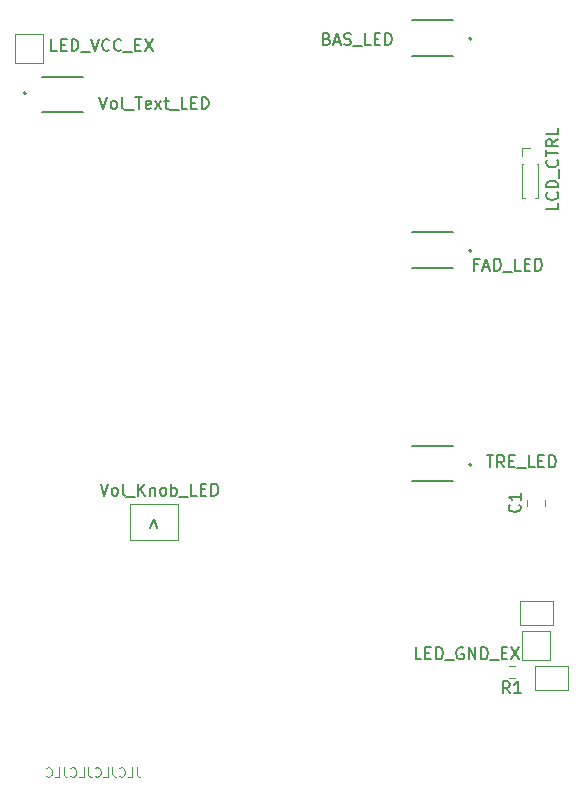
<source format=gbr>
%TF.GenerationSoftware,KiCad,Pcbnew,(7.0.0)*%
%TF.CreationDate,2023-03-15T21:07:42-04:00*%
%TF.ProjectId,headunit_controls,68656164-756e-4697-945f-636f6e74726f,rev?*%
%TF.SameCoordinates,Original*%
%TF.FileFunction,Legend,Top*%
%TF.FilePolarity,Positive*%
%FSLAX46Y46*%
G04 Gerber Fmt 4.6, Leading zero omitted, Abs format (unit mm)*
G04 Created by KiCad (PCBNEW (7.0.0)) date 2023-03-15 21:07:42*
%MOMM*%
%LPD*%
G01*
G04 APERTURE LIST*
%ADD10C,0.037500*%
%ADD11C,0.150000*%
%ADD12C,0.127000*%
%ADD13C,0.200000*%
%ADD14C,0.120000*%
G04 APERTURE END LIST*
D10*
X111780952Y-182375904D02*
X111780952Y-182947333D01*
X111780952Y-182947333D02*
X111819047Y-183061619D01*
X111819047Y-183061619D02*
X111895238Y-183137809D01*
X111895238Y-183137809D02*
X112009523Y-183175904D01*
X112009523Y-183175904D02*
X112085714Y-183175904D01*
X111019047Y-183175904D02*
X111399999Y-183175904D01*
X111399999Y-183175904D02*
X111399999Y-182375904D01*
X110295237Y-183099714D02*
X110333333Y-183137809D01*
X110333333Y-183137809D02*
X110447618Y-183175904D01*
X110447618Y-183175904D02*
X110523809Y-183175904D01*
X110523809Y-183175904D02*
X110638095Y-183137809D01*
X110638095Y-183137809D02*
X110714285Y-183061619D01*
X110714285Y-183061619D02*
X110752380Y-182985428D01*
X110752380Y-182985428D02*
X110790476Y-182833047D01*
X110790476Y-182833047D02*
X110790476Y-182718761D01*
X110790476Y-182718761D02*
X110752380Y-182566380D01*
X110752380Y-182566380D02*
X110714285Y-182490190D01*
X110714285Y-182490190D02*
X110638095Y-182414000D01*
X110638095Y-182414000D02*
X110523809Y-182375904D01*
X110523809Y-182375904D02*
X110447618Y-182375904D01*
X110447618Y-182375904D02*
X110333333Y-182414000D01*
X110333333Y-182414000D02*
X110295237Y-182452095D01*
X109723809Y-182375904D02*
X109723809Y-182947333D01*
X109723809Y-182947333D02*
X109761904Y-183061619D01*
X109761904Y-183061619D02*
X109838095Y-183137809D01*
X109838095Y-183137809D02*
X109952380Y-183175904D01*
X109952380Y-183175904D02*
X110028571Y-183175904D01*
X108961904Y-183175904D02*
X109342856Y-183175904D01*
X109342856Y-183175904D02*
X109342856Y-182375904D01*
X108238094Y-183099714D02*
X108276190Y-183137809D01*
X108276190Y-183137809D02*
X108390475Y-183175904D01*
X108390475Y-183175904D02*
X108466666Y-183175904D01*
X108466666Y-183175904D02*
X108580952Y-183137809D01*
X108580952Y-183137809D02*
X108657142Y-183061619D01*
X108657142Y-183061619D02*
X108695237Y-182985428D01*
X108695237Y-182985428D02*
X108733333Y-182833047D01*
X108733333Y-182833047D02*
X108733333Y-182718761D01*
X108733333Y-182718761D02*
X108695237Y-182566380D01*
X108695237Y-182566380D02*
X108657142Y-182490190D01*
X108657142Y-182490190D02*
X108580952Y-182414000D01*
X108580952Y-182414000D02*
X108466666Y-182375904D01*
X108466666Y-182375904D02*
X108390475Y-182375904D01*
X108390475Y-182375904D02*
X108276190Y-182414000D01*
X108276190Y-182414000D02*
X108238094Y-182452095D01*
X107666666Y-182375904D02*
X107666666Y-182947333D01*
X107666666Y-182947333D02*
X107704761Y-183061619D01*
X107704761Y-183061619D02*
X107780952Y-183137809D01*
X107780952Y-183137809D02*
X107895237Y-183175904D01*
X107895237Y-183175904D02*
X107971428Y-183175904D01*
X106904761Y-183175904D02*
X107285713Y-183175904D01*
X107285713Y-183175904D02*
X107285713Y-182375904D01*
X106180951Y-183099714D02*
X106219047Y-183137809D01*
X106219047Y-183137809D02*
X106333332Y-183175904D01*
X106333332Y-183175904D02*
X106409523Y-183175904D01*
X106409523Y-183175904D02*
X106523809Y-183137809D01*
X106523809Y-183137809D02*
X106599999Y-183061619D01*
X106599999Y-183061619D02*
X106638094Y-182985428D01*
X106638094Y-182985428D02*
X106676190Y-182833047D01*
X106676190Y-182833047D02*
X106676190Y-182718761D01*
X106676190Y-182718761D02*
X106638094Y-182566380D01*
X106638094Y-182566380D02*
X106599999Y-182490190D01*
X106599999Y-182490190D02*
X106523809Y-182414000D01*
X106523809Y-182414000D02*
X106409523Y-182375904D01*
X106409523Y-182375904D02*
X106333332Y-182375904D01*
X106333332Y-182375904D02*
X106219047Y-182414000D01*
X106219047Y-182414000D02*
X106180951Y-182452095D01*
X105609523Y-182375904D02*
X105609523Y-182947333D01*
X105609523Y-182947333D02*
X105647618Y-183061619D01*
X105647618Y-183061619D02*
X105723809Y-183137809D01*
X105723809Y-183137809D02*
X105838094Y-183175904D01*
X105838094Y-183175904D02*
X105914285Y-183175904D01*
X104847618Y-183175904D02*
X105228570Y-183175904D01*
X105228570Y-183175904D02*
X105228570Y-182375904D01*
X104123808Y-183099714D02*
X104161904Y-183137809D01*
X104161904Y-183137809D02*
X104276189Y-183175904D01*
X104276189Y-183175904D02*
X104352380Y-183175904D01*
X104352380Y-183175904D02*
X104466666Y-183137809D01*
X104466666Y-183137809D02*
X104542856Y-183061619D01*
X104542856Y-183061619D02*
X104580951Y-182985428D01*
X104580951Y-182985428D02*
X104619047Y-182833047D01*
X104619047Y-182833047D02*
X104619047Y-182718761D01*
X104619047Y-182718761D02*
X104580951Y-182566380D01*
X104580951Y-182566380D02*
X104542856Y-182490190D01*
X104542856Y-182490190D02*
X104466666Y-182414000D01*
X104466666Y-182414000D02*
X104352380Y-182375904D01*
X104352380Y-182375904D02*
X104276189Y-182375904D01*
X104276189Y-182375904D02*
X104161904Y-182414000D01*
X104161904Y-182414000D02*
X104123808Y-182452095D01*
D11*
%TO.C,BAS_LED*%
X127878571Y-120693571D02*
X128021428Y-120741190D01*
X128021428Y-120741190D02*
X128069047Y-120788809D01*
X128069047Y-120788809D02*
X128116666Y-120884047D01*
X128116666Y-120884047D02*
X128116666Y-121026904D01*
X128116666Y-121026904D02*
X128069047Y-121122142D01*
X128069047Y-121122142D02*
X128021428Y-121169761D01*
X128021428Y-121169761D02*
X127926190Y-121217380D01*
X127926190Y-121217380D02*
X127545238Y-121217380D01*
X127545238Y-121217380D02*
X127545238Y-120217380D01*
X127545238Y-120217380D02*
X127878571Y-120217380D01*
X127878571Y-120217380D02*
X127973809Y-120265000D01*
X127973809Y-120265000D02*
X128021428Y-120312619D01*
X128021428Y-120312619D02*
X128069047Y-120407857D01*
X128069047Y-120407857D02*
X128069047Y-120503095D01*
X128069047Y-120503095D02*
X128021428Y-120598333D01*
X128021428Y-120598333D02*
X127973809Y-120645952D01*
X127973809Y-120645952D02*
X127878571Y-120693571D01*
X127878571Y-120693571D02*
X127545238Y-120693571D01*
X128497619Y-120931666D02*
X128973809Y-120931666D01*
X128402381Y-121217380D02*
X128735714Y-120217380D01*
X128735714Y-120217380D02*
X129069047Y-121217380D01*
X129354762Y-121169761D02*
X129497619Y-121217380D01*
X129497619Y-121217380D02*
X129735714Y-121217380D01*
X129735714Y-121217380D02*
X129830952Y-121169761D01*
X129830952Y-121169761D02*
X129878571Y-121122142D01*
X129878571Y-121122142D02*
X129926190Y-121026904D01*
X129926190Y-121026904D02*
X129926190Y-120931666D01*
X129926190Y-120931666D02*
X129878571Y-120836428D01*
X129878571Y-120836428D02*
X129830952Y-120788809D01*
X129830952Y-120788809D02*
X129735714Y-120741190D01*
X129735714Y-120741190D02*
X129545238Y-120693571D01*
X129545238Y-120693571D02*
X129450000Y-120645952D01*
X129450000Y-120645952D02*
X129402381Y-120598333D01*
X129402381Y-120598333D02*
X129354762Y-120503095D01*
X129354762Y-120503095D02*
X129354762Y-120407857D01*
X129354762Y-120407857D02*
X129402381Y-120312619D01*
X129402381Y-120312619D02*
X129450000Y-120265000D01*
X129450000Y-120265000D02*
X129545238Y-120217380D01*
X129545238Y-120217380D02*
X129783333Y-120217380D01*
X129783333Y-120217380D02*
X129926190Y-120265000D01*
X130116667Y-121312619D02*
X130878571Y-121312619D01*
X131592857Y-121217380D02*
X131116667Y-121217380D01*
X131116667Y-121217380D02*
X131116667Y-120217380D01*
X131926191Y-120693571D02*
X132259524Y-120693571D01*
X132402381Y-121217380D02*
X131926191Y-121217380D01*
X131926191Y-121217380D02*
X131926191Y-120217380D01*
X131926191Y-120217380D02*
X132402381Y-120217380D01*
X132830953Y-121217380D02*
X132830953Y-120217380D01*
X132830953Y-120217380D02*
X133069048Y-120217380D01*
X133069048Y-120217380D02*
X133211905Y-120265000D01*
X133211905Y-120265000D02*
X133307143Y-120360238D01*
X133307143Y-120360238D02*
X133354762Y-120455476D01*
X133354762Y-120455476D02*
X133402381Y-120645952D01*
X133402381Y-120645952D02*
X133402381Y-120788809D01*
X133402381Y-120788809D02*
X133354762Y-120979285D01*
X133354762Y-120979285D02*
X133307143Y-121074523D01*
X133307143Y-121074523D02*
X133211905Y-121169761D01*
X133211905Y-121169761D02*
X133069048Y-121217380D01*
X133069048Y-121217380D02*
X132830953Y-121217380D01*
%TO.C,TRE_LED*%
X141423809Y-155967380D02*
X141995237Y-155967380D01*
X141709523Y-156967380D02*
X141709523Y-155967380D01*
X142899999Y-156967380D02*
X142566666Y-156491190D01*
X142328571Y-156967380D02*
X142328571Y-155967380D01*
X142328571Y-155967380D02*
X142709523Y-155967380D01*
X142709523Y-155967380D02*
X142804761Y-156015000D01*
X142804761Y-156015000D02*
X142852380Y-156062619D01*
X142852380Y-156062619D02*
X142899999Y-156157857D01*
X142899999Y-156157857D02*
X142899999Y-156300714D01*
X142899999Y-156300714D02*
X142852380Y-156395952D01*
X142852380Y-156395952D02*
X142804761Y-156443571D01*
X142804761Y-156443571D02*
X142709523Y-156491190D01*
X142709523Y-156491190D02*
X142328571Y-156491190D01*
X143328571Y-156443571D02*
X143661904Y-156443571D01*
X143804761Y-156967380D02*
X143328571Y-156967380D01*
X143328571Y-156967380D02*
X143328571Y-155967380D01*
X143328571Y-155967380D02*
X143804761Y-155967380D01*
X143995238Y-157062619D02*
X144757142Y-157062619D01*
X145471428Y-156967380D02*
X144995238Y-156967380D01*
X144995238Y-156967380D02*
X144995238Y-155967380D01*
X145804762Y-156443571D02*
X146138095Y-156443571D01*
X146280952Y-156967380D02*
X145804762Y-156967380D01*
X145804762Y-156967380D02*
X145804762Y-155967380D01*
X145804762Y-155967380D02*
X146280952Y-155967380D01*
X146709524Y-156967380D02*
X146709524Y-155967380D01*
X146709524Y-155967380D02*
X146947619Y-155967380D01*
X146947619Y-155967380D02*
X147090476Y-156015000D01*
X147090476Y-156015000D02*
X147185714Y-156110238D01*
X147185714Y-156110238D02*
X147233333Y-156205476D01*
X147233333Y-156205476D02*
X147280952Y-156395952D01*
X147280952Y-156395952D02*
X147280952Y-156538809D01*
X147280952Y-156538809D02*
X147233333Y-156729285D01*
X147233333Y-156729285D02*
X147185714Y-156824523D01*
X147185714Y-156824523D02*
X147090476Y-156919761D01*
X147090476Y-156919761D02*
X146947619Y-156967380D01*
X146947619Y-156967380D02*
X146709524Y-156967380D01*
%TO.C,LCD_CTRL*%
X147467380Y-134607143D02*
X147467380Y-135083333D01*
X147467380Y-135083333D02*
X146467380Y-135083333D01*
X147372142Y-133702381D02*
X147419761Y-133750000D01*
X147419761Y-133750000D02*
X147467380Y-133892857D01*
X147467380Y-133892857D02*
X147467380Y-133988095D01*
X147467380Y-133988095D02*
X147419761Y-134130952D01*
X147419761Y-134130952D02*
X147324523Y-134226190D01*
X147324523Y-134226190D02*
X147229285Y-134273809D01*
X147229285Y-134273809D02*
X147038809Y-134321428D01*
X147038809Y-134321428D02*
X146895952Y-134321428D01*
X146895952Y-134321428D02*
X146705476Y-134273809D01*
X146705476Y-134273809D02*
X146610238Y-134226190D01*
X146610238Y-134226190D02*
X146515000Y-134130952D01*
X146515000Y-134130952D02*
X146467380Y-133988095D01*
X146467380Y-133988095D02*
X146467380Y-133892857D01*
X146467380Y-133892857D02*
X146515000Y-133750000D01*
X146515000Y-133750000D02*
X146562619Y-133702381D01*
X147467380Y-133273809D02*
X146467380Y-133273809D01*
X146467380Y-133273809D02*
X146467380Y-133035714D01*
X146467380Y-133035714D02*
X146515000Y-132892857D01*
X146515000Y-132892857D02*
X146610238Y-132797619D01*
X146610238Y-132797619D02*
X146705476Y-132750000D01*
X146705476Y-132750000D02*
X146895952Y-132702381D01*
X146895952Y-132702381D02*
X147038809Y-132702381D01*
X147038809Y-132702381D02*
X147229285Y-132750000D01*
X147229285Y-132750000D02*
X147324523Y-132797619D01*
X147324523Y-132797619D02*
X147419761Y-132892857D01*
X147419761Y-132892857D02*
X147467380Y-133035714D01*
X147467380Y-133035714D02*
X147467380Y-133273809D01*
X147562619Y-132511905D02*
X147562619Y-131750000D01*
X147372142Y-130940476D02*
X147419761Y-130988095D01*
X147419761Y-130988095D02*
X147467380Y-131130952D01*
X147467380Y-131130952D02*
X147467380Y-131226190D01*
X147467380Y-131226190D02*
X147419761Y-131369047D01*
X147419761Y-131369047D02*
X147324523Y-131464285D01*
X147324523Y-131464285D02*
X147229285Y-131511904D01*
X147229285Y-131511904D02*
X147038809Y-131559523D01*
X147038809Y-131559523D02*
X146895952Y-131559523D01*
X146895952Y-131559523D02*
X146705476Y-131511904D01*
X146705476Y-131511904D02*
X146610238Y-131464285D01*
X146610238Y-131464285D02*
X146515000Y-131369047D01*
X146515000Y-131369047D02*
X146467380Y-131226190D01*
X146467380Y-131226190D02*
X146467380Y-131130952D01*
X146467380Y-131130952D02*
X146515000Y-130988095D01*
X146515000Y-130988095D02*
X146562619Y-130940476D01*
X146467380Y-130654761D02*
X146467380Y-130083333D01*
X147467380Y-130369047D02*
X146467380Y-130369047D01*
X147467380Y-129178571D02*
X146991190Y-129511904D01*
X147467380Y-129749999D02*
X146467380Y-129749999D01*
X146467380Y-129749999D02*
X146467380Y-129369047D01*
X146467380Y-129369047D02*
X146515000Y-129273809D01*
X146515000Y-129273809D02*
X146562619Y-129226190D01*
X146562619Y-129226190D02*
X146657857Y-129178571D01*
X146657857Y-129178571D02*
X146800714Y-129178571D01*
X146800714Y-129178571D02*
X146895952Y-129226190D01*
X146895952Y-129226190D02*
X146943571Y-129273809D01*
X146943571Y-129273809D02*
X146991190Y-129369047D01*
X146991190Y-129369047D02*
X146991190Y-129749999D01*
X147467380Y-128273809D02*
X147467380Y-128749999D01*
X147467380Y-128749999D02*
X146467380Y-128749999D01*
%TO.C,C1*%
X144192142Y-160129166D02*
X144239761Y-160176785D01*
X144239761Y-160176785D02*
X144287380Y-160319642D01*
X144287380Y-160319642D02*
X144287380Y-160414880D01*
X144287380Y-160414880D02*
X144239761Y-160557737D01*
X144239761Y-160557737D02*
X144144523Y-160652975D01*
X144144523Y-160652975D02*
X144049285Y-160700594D01*
X144049285Y-160700594D02*
X143858809Y-160748213D01*
X143858809Y-160748213D02*
X143715952Y-160748213D01*
X143715952Y-160748213D02*
X143525476Y-160700594D01*
X143525476Y-160700594D02*
X143430238Y-160652975D01*
X143430238Y-160652975D02*
X143335000Y-160557737D01*
X143335000Y-160557737D02*
X143287380Y-160414880D01*
X143287380Y-160414880D02*
X143287380Y-160319642D01*
X143287380Y-160319642D02*
X143335000Y-160176785D01*
X143335000Y-160176785D02*
X143382619Y-160129166D01*
X144287380Y-159176785D02*
X144287380Y-159748213D01*
X144287380Y-159462499D02*
X143287380Y-159462499D01*
X143287380Y-159462499D02*
X143430238Y-159557737D01*
X143430238Y-159557737D02*
X143525476Y-159652975D01*
X143525476Y-159652975D02*
X143573095Y-159748213D01*
%TO.C,R1*%
X143370833Y-176097380D02*
X143037500Y-175621190D01*
X142799405Y-176097380D02*
X142799405Y-175097380D01*
X142799405Y-175097380D02*
X143180357Y-175097380D01*
X143180357Y-175097380D02*
X143275595Y-175145000D01*
X143275595Y-175145000D02*
X143323214Y-175192619D01*
X143323214Y-175192619D02*
X143370833Y-175287857D01*
X143370833Y-175287857D02*
X143370833Y-175430714D01*
X143370833Y-175430714D02*
X143323214Y-175525952D01*
X143323214Y-175525952D02*
X143275595Y-175573571D01*
X143275595Y-175573571D02*
X143180357Y-175621190D01*
X143180357Y-175621190D02*
X142799405Y-175621190D01*
X144323214Y-176097380D02*
X143751786Y-176097380D01*
X144037500Y-176097380D02*
X144037500Y-175097380D01*
X144037500Y-175097380D02*
X143942262Y-175240238D01*
X143942262Y-175240238D02*
X143847024Y-175335476D01*
X143847024Y-175335476D02*
X143751786Y-175383095D01*
%TO.C,LED_VCC_EX*%
X105038094Y-121717380D02*
X104561904Y-121717380D01*
X104561904Y-121717380D02*
X104561904Y-120717380D01*
X105371428Y-121193571D02*
X105704761Y-121193571D01*
X105847618Y-121717380D02*
X105371428Y-121717380D01*
X105371428Y-121717380D02*
X105371428Y-120717380D01*
X105371428Y-120717380D02*
X105847618Y-120717380D01*
X106276190Y-121717380D02*
X106276190Y-120717380D01*
X106276190Y-120717380D02*
X106514285Y-120717380D01*
X106514285Y-120717380D02*
X106657142Y-120765000D01*
X106657142Y-120765000D02*
X106752380Y-120860238D01*
X106752380Y-120860238D02*
X106799999Y-120955476D01*
X106799999Y-120955476D02*
X106847618Y-121145952D01*
X106847618Y-121145952D02*
X106847618Y-121288809D01*
X106847618Y-121288809D02*
X106799999Y-121479285D01*
X106799999Y-121479285D02*
X106752380Y-121574523D01*
X106752380Y-121574523D02*
X106657142Y-121669761D01*
X106657142Y-121669761D02*
X106514285Y-121717380D01*
X106514285Y-121717380D02*
X106276190Y-121717380D01*
X107038095Y-121812619D02*
X107799999Y-121812619D01*
X107895238Y-120717380D02*
X108228571Y-121717380D01*
X108228571Y-121717380D02*
X108561904Y-120717380D01*
X109466666Y-121622142D02*
X109419047Y-121669761D01*
X109419047Y-121669761D02*
X109276190Y-121717380D01*
X109276190Y-121717380D02*
X109180952Y-121717380D01*
X109180952Y-121717380D02*
X109038095Y-121669761D01*
X109038095Y-121669761D02*
X108942857Y-121574523D01*
X108942857Y-121574523D02*
X108895238Y-121479285D01*
X108895238Y-121479285D02*
X108847619Y-121288809D01*
X108847619Y-121288809D02*
X108847619Y-121145952D01*
X108847619Y-121145952D02*
X108895238Y-120955476D01*
X108895238Y-120955476D02*
X108942857Y-120860238D01*
X108942857Y-120860238D02*
X109038095Y-120765000D01*
X109038095Y-120765000D02*
X109180952Y-120717380D01*
X109180952Y-120717380D02*
X109276190Y-120717380D01*
X109276190Y-120717380D02*
X109419047Y-120765000D01*
X109419047Y-120765000D02*
X109466666Y-120812619D01*
X110466666Y-121622142D02*
X110419047Y-121669761D01*
X110419047Y-121669761D02*
X110276190Y-121717380D01*
X110276190Y-121717380D02*
X110180952Y-121717380D01*
X110180952Y-121717380D02*
X110038095Y-121669761D01*
X110038095Y-121669761D02*
X109942857Y-121574523D01*
X109942857Y-121574523D02*
X109895238Y-121479285D01*
X109895238Y-121479285D02*
X109847619Y-121288809D01*
X109847619Y-121288809D02*
X109847619Y-121145952D01*
X109847619Y-121145952D02*
X109895238Y-120955476D01*
X109895238Y-120955476D02*
X109942857Y-120860238D01*
X109942857Y-120860238D02*
X110038095Y-120765000D01*
X110038095Y-120765000D02*
X110180952Y-120717380D01*
X110180952Y-120717380D02*
X110276190Y-120717380D01*
X110276190Y-120717380D02*
X110419047Y-120765000D01*
X110419047Y-120765000D02*
X110466666Y-120812619D01*
X110657143Y-121812619D02*
X111419047Y-121812619D01*
X111657143Y-121193571D02*
X111990476Y-121193571D01*
X112133333Y-121717380D02*
X111657143Y-121717380D01*
X111657143Y-121717380D02*
X111657143Y-120717380D01*
X111657143Y-120717380D02*
X112133333Y-120717380D01*
X112466667Y-120717380D02*
X113133333Y-121717380D01*
X113133333Y-120717380D02*
X112466667Y-121717380D01*
%TO.C,Vol_Text_LED*%
X108633332Y-125617380D02*
X108966665Y-126617380D01*
X108966665Y-126617380D02*
X109299998Y-125617380D01*
X109776189Y-126617380D02*
X109680951Y-126569761D01*
X109680951Y-126569761D02*
X109633332Y-126522142D01*
X109633332Y-126522142D02*
X109585713Y-126426904D01*
X109585713Y-126426904D02*
X109585713Y-126141190D01*
X109585713Y-126141190D02*
X109633332Y-126045952D01*
X109633332Y-126045952D02*
X109680951Y-125998333D01*
X109680951Y-125998333D02*
X109776189Y-125950714D01*
X109776189Y-125950714D02*
X109919046Y-125950714D01*
X109919046Y-125950714D02*
X110014284Y-125998333D01*
X110014284Y-125998333D02*
X110061903Y-126045952D01*
X110061903Y-126045952D02*
X110109522Y-126141190D01*
X110109522Y-126141190D02*
X110109522Y-126426904D01*
X110109522Y-126426904D02*
X110061903Y-126522142D01*
X110061903Y-126522142D02*
X110014284Y-126569761D01*
X110014284Y-126569761D02*
X109919046Y-126617380D01*
X109919046Y-126617380D02*
X109776189Y-126617380D01*
X110680951Y-126617380D02*
X110585713Y-126569761D01*
X110585713Y-126569761D02*
X110538094Y-126474523D01*
X110538094Y-126474523D02*
X110538094Y-125617380D01*
X110823809Y-126712619D02*
X111585713Y-126712619D01*
X111680952Y-125617380D02*
X112252380Y-125617380D01*
X111966666Y-126617380D02*
X111966666Y-125617380D01*
X112966666Y-126569761D02*
X112871428Y-126617380D01*
X112871428Y-126617380D02*
X112680952Y-126617380D01*
X112680952Y-126617380D02*
X112585714Y-126569761D01*
X112585714Y-126569761D02*
X112538095Y-126474523D01*
X112538095Y-126474523D02*
X112538095Y-126093571D01*
X112538095Y-126093571D02*
X112585714Y-125998333D01*
X112585714Y-125998333D02*
X112680952Y-125950714D01*
X112680952Y-125950714D02*
X112871428Y-125950714D01*
X112871428Y-125950714D02*
X112966666Y-125998333D01*
X112966666Y-125998333D02*
X113014285Y-126093571D01*
X113014285Y-126093571D02*
X113014285Y-126188809D01*
X113014285Y-126188809D02*
X112538095Y-126284047D01*
X113347619Y-126617380D02*
X113871428Y-125950714D01*
X113347619Y-125950714D02*
X113871428Y-126617380D01*
X114109524Y-125950714D02*
X114490476Y-125950714D01*
X114252381Y-125617380D02*
X114252381Y-126474523D01*
X114252381Y-126474523D02*
X114300000Y-126569761D01*
X114300000Y-126569761D02*
X114395238Y-126617380D01*
X114395238Y-126617380D02*
X114490476Y-126617380D01*
X114585715Y-126712619D02*
X115347619Y-126712619D01*
X116061905Y-126617380D02*
X115585715Y-126617380D01*
X115585715Y-126617380D02*
X115585715Y-125617380D01*
X116395239Y-126093571D02*
X116728572Y-126093571D01*
X116871429Y-126617380D02*
X116395239Y-126617380D01*
X116395239Y-126617380D02*
X116395239Y-125617380D01*
X116395239Y-125617380D02*
X116871429Y-125617380D01*
X117300001Y-126617380D02*
X117300001Y-125617380D01*
X117300001Y-125617380D02*
X117538096Y-125617380D01*
X117538096Y-125617380D02*
X117680953Y-125665000D01*
X117680953Y-125665000D02*
X117776191Y-125760238D01*
X117776191Y-125760238D02*
X117823810Y-125855476D01*
X117823810Y-125855476D02*
X117871429Y-126045952D01*
X117871429Y-126045952D02*
X117871429Y-126188809D01*
X117871429Y-126188809D02*
X117823810Y-126379285D01*
X117823810Y-126379285D02*
X117776191Y-126474523D01*
X117776191Y-126474523D02*
X117680953Y-126569761D01*
X117680953Y-126569761D02*
X117538096Y-126617380D01*
X117538096Y-126617380D02*
X117300001Y-126617380D01*
%TO.C,Vol_Knob_LED*%
X108726190Y-158367380D02*
X109059523Y-159367380D01*
X109059523Y-159367380D02*
X109392856Y-158367380D01*
X109869047Y-159367380D02*
X109773809Y-159319761D01*
X109773809Y-159319761D02*
X109726190Y-159272142D01*
X109726190Y-159272142D02*
X109678571Y-159176904D01*
X109678571Y-159176904D02*
X109678571Y-158891190D01*
X109678571Y-158891190D02*
X109726190Y-158795952D01*
X109726190Y-158795952D02*
X109773809Y-158748333D01*
X109773809Y-158748333D02*
X109869047Y-158700714D01*
X109869047Y-158700714D02*
X110011904Y-158700714D01*
X110011904Y-158700714D02*
X110107142Y-158748333D01*
X110107142Y-158748333D02*
X110154761Y-158795952D01*
X110154761Y-158795952D02*
X110202380Y-158891190D01*
X110202380Y-158891190D02*
X110202380Y-159176904D01*
X110202380Y-159176904D02*
X110154761Y-159272142D01*
X110154761Y-159272142D02*
X110107142Y-159319761D01*
X110107142Y-159319761D02*
X110011904Y-159367380D01*
X110011904Y-159367380D02*
X109869047Y-159367380D01*
X110773809Y-159367380D02*
X110678571Y-159319761D01*
X110678571Y-159319761D02*
X110630952Y-159224523D01*
X110630952Y-159224523D02*
X110630952Y-158367380D01*
X110916667Y-159462619D02*
X111678571Y-159462619D01*
X111916667Y-159367380D02*
X111916667Y-158367380D01*
X112488095Y-159367380D02*
X112059524Y-158795952D01*
X112488095Y-158367380D02*
X111916667Y-158938809D01*
X112916667Y-158700714D02*
X112916667Y-159367380D01*
X112916667Y-158795952D02*
X112964286Y-158748333D01*
X112964286Y-158748333D02*
X113059524Y-158700714D01*
X113059524Y-158700714D02*
X113202381Y-158700714D01*
X113202381Y-158700714D02*
X113297619Y-158748333D01*
X113297619Y-158748333D02*
X113345238Y-158843571D01*
X113345238Y-158843571D02*
X113345238Y-159367380D01*
X113964286Y-159367380D02*
X113869048Y-159319761D01*
X113869048Y-159319761D02*
X113821429Y-159272142D01*
X113821429Y-159272142D02*
X113773810Y-159176904D01*
X113773810Y-159176904D02*
X113773810Y-158891190D01*
X113773810Y-158891190D02*
X113821429Y-158795952D01*
X113821429Y-158795952D02*
X113869048Y-158748333D01*
X113869048Y-158748333D02*
X113964286Y-158700714D01*
X113964286Y-158700714D02*
X114107143Y-158700714D01*
X114107143Y-158700714D02*
X114202381Y-158748333D01*
X114202381Y-158748333D02*
X114250000Y-158795952D01*
X114250000Y-158795952D02*
X114297619Y-158891190D01*
X114297619Y-158891190D02*
X114297619Y-159176904D01*
X114297619Y-159176904D02*
X114250000Y-159272142D01*
X114250000Y-159272142D02*
X114202381Y-159319761D01*
X114202381Y-159319761D02*
X114107143Y-159367380D01*
X114107143Y-159367380D02*
X113964286Y-159367380D01*
X114726191Y-159367380D02*
X114726191Y-158367380D01*
X114726191Y-158748333D02*
X114821429Y-158700714D01*
X114821429Y-158700714D02*
X115011905Y-158700714D01*
X115011905Y-158700714D02*
X115107143Y-158748333D01*
X115107143Y-158748333D02*
X115154762Y-158795952D01*
X115154762Y-158795952D02*
X115202381Y-158891190D01*
X115202381Y-158891190D02*
X115202381Y-159176904D01*
X115202381Y-159176904D02*
X115154762Y-159272142D01*
X115154762Y-159272142D02*
X115107143Y-159319761D01*
X115107143Y-159319761D02*
X115011905Y-159367380D01*
X115011905Y-159367380D02*
X114821429Y-159367380D01*
X114821429Y-159367380D02*
X114726191Y-159319761D01*
X115392858Y-159462619D02*
X116154762Y-159462619D01*
X116869048Y-159367380D02*
X116392858Y-159367380D01*
X116392858Y-159367380D02*
X116392858Y-158367380D01*
X117202382Y-158843571D02*
X117535715Y-158843571D01*
X117678572Y-159367380D02*
X117202382Y-159367380D01*
X117202382Y-159367380D02*
X117202382Y-158367380D01*
X117202382Y-158367380D02*
X117678572Y-158367380D01*
X118107144Y-159367380D02*
X118107144Y-158367380D01*
X118107144Y-158367380D02*
X118345239Y-158367380D01*
X118345239Y-158367380D02*
X118488096Y-158415000D01*
X118488096Y-158415000D02*
X118583334Y-158510238D01*
X118583334Y-158510238D02*
X118630953Y-158605476D01*
X118630953Y-158605476D02*
X118678572Y-158795952D01*
X118678572Y-158795952D02*
X118678572Y-158938809D01*
X118678572Y-158938809D02*
X118630953Y-159129285D01*
X118630953Y-159129285D02*
X118583334Y-159224523D01*
X118583334Y-159224523D02*
X118488096Y-159319761D01*
X118488096Y-159319761D02*
X118345239Y-159367380D01*
X118345239Y-159367380D02*
X118107144Y-159367380D01*
X112928714Y-162094904D02*
X113214428Y-161333000D01*
X113214428Y-161333000D02*
X113500142Y-162094904D01*
%TO.C,LED_GND_EX*%
X135892856Y-173217380D02*
X135416666Y-173217380D01*
X135416666Y-173217380D02*
X135416666Y-172217380D01*
X136226190Y-172693571D02*
X136559523Y-172693571D01*
X136702380Y-173217380D02*
X136226190Y-173217380D01*
X136226190Y-173217380D02*
X136226190Y-172217380D01*
X136226190Y-172217380D02*
X136702380Y-172217380D01*
X137130952Y-173217380D02*
X137130952Y-172217380D01*
X137130952Y-172217380D02*
X137369047Y-172217380D01*
X137369047Y-172217380D02*
X137511904Y-172265000D01*
X137511904Y-172265000D02*
X137607142Y-172360238D01*
X137607142Y-172360238D02*
X137654761Y-172455476D01*
X137654761Y-172455476D02*
X137702380Y-172645952D01*
X137702380Y-172645952D02*
X137702380Y-172788809D01*
X137702380Y-172788809D02*
X137654761Y-172979285D01*
X137654761Y-172979285D02*
X137607142Y-173074523D01*
X137607142Y-173074523D02*
X137511904Y-173169761D01*
X137511904Y-173169761D02*
X137369047Y-173217380D01*
X137369047Y-173217380D02*
X137130952Y-173217380D01*
X137892857Y-173312619D02*
X138654761Y-173312619D01*
X139416666Y-172265000D02*
X139321428Y-172217380D01*
X139321428Y-172217380D02*
X139178571Y-172217380D01*
X139178571Y-172217380D02*
X139035714Y-172265000D01*
X139035714Y-172265000D02*
X138940476Y-172360238D01*
X138940476Y-172360238D02*
X138892857Y-172455476D01*
X138892857Y-172455476D02*
X138845238Y-172645952D01*
X138845238Y-172645952D02*
X138845238Y-172788809D01*
X138845238Y-172788809D02*
X138892857Y-172979285D01*
X138892857Y-172979285D02*
X138940476Y-173074523D01*
X138940476Y-173074523D02*
X139035714Y-173169761D01*
X139035714Y-173169761D02*
X139178571Y-173217380D01*
X139178571Y-173217380D02*
X139273809Y-173217380D01*
X139273809Y-173217380D02*
X139416666Y-173169761D01*
X139416666Y-173169761D02*
X139464285Y-173122142D01*
X139464285Y-173122142D02*
X139464285Y-172788809D01*
X139464285Y-172788809D02*
X139273809Y-172788809D01*
X139892857Y-173217380D02*
X139892857Y-172217380D01*
X139892857Y-172217380D02*
X140464285Y-173217380D01*
X140464285Y-173217380D02*
X140464285Y-172217380D01*
X140940476Y-173217380D02*
X140940476Y-172217380D01*
X140940476Y-172217380D02*
X141178571Y-172217380D01*
X141178571Y-172217380D02*
X141321428Y-172265000D01*
X141321428Y-172265000D02*
X141416666Y-172360238D01*
X141416666Y-172360238D02*
X141464285Y-172455476D01*
X141464285Y-172455476D02*
X141511904Y-172645952D01*
X141511904Y-172645952D02*
X141511904Y-172788809D01*
X141511904Y-172788809D02*
X141464285Y-172979285D01*
X141464285Y-172979285D02*
X141416666Y-173074523D01*
X141416666Y-173074523D02*
X141321428Y-173169761D01*
X141321428Y-173169761D02*
X141178571Y-173217380D01*
X141178571Y-173217380D02*
X140940476Y-173217380D01*
X141702381Y-173312619D02*
X142464285Y-173312619D01*
X142702381Y-172693571D02*
X143035714Y-172693571D01*
X143178571Y-173217380D02*
X142702381Y-173217380D01*
X142702381Y-173217380D02*
X142702381Y-172217380D01*
X142702381Y-172217380D02*
X143178571Y-172217380D01*
X143511905Y-172217380D02*
X144178571Y-173217380D01*
X144178571Y-172217380D02*
X143511905Y-173217380D01*
%TO.C,FAD_LED*%
X140676190Y-139793571D02*
X140342857Y-139793571D01*
X140342857Y-140317380D02*
X140342857Y-139317380D01*
X140342857Y-139317380D02*
X140819047Y-139317380D01*
X141152381Y-140031666D02*
X141628571Y-140031666D01*
X141057143Y-140317380D02*
X141390476Y-139317380D01*
X141390476Y-139317380D02*
X141723809Y-140317380D01*
X142057143Y-140317380D02*
X142057143Y-139317380D01*
X142057143Y-139317380D02*
X142295238Y-139317380D01*
X142295238Y-139317380D02*
X142438095Y-139365000D01*
X142438095Y-139365000D02*
X142533333Y-139460238D01*
X142533333Y-139460238D02*
X142580952Y-139555476D01*
X142580952Y-139555476D02*
X142628571Y-139745952D01*
X142628571Y-139745952D02*
X142628571Y-139888809D01*
X142628571Y-139888809D02*
X142580952Y-140079285D01*
X142580952Y-140079285D02*
X142533333Y-140174523D01*
X142533333Y-140174523D02*
X142438095Y-140269761D01*
X142438095Y-140269761D02*
X142295238Y-140317380D01*
X142295238Y-140317380D02*
X142057143Y-140317380D01*
X142819048Y-140412619D02*
X143580952Y-140412619D01*
X144295238Y-140317380D02*
X143819048Y-140317380D01*
X143819048Y-140317380D02*
X143819048Y-139317380D01*
X144628572Y-139793571D02*
X144961905Y-139793571D01*
X145104762Y-140317380D02*
X144628572Y-140317380D01*
X144628572Y-140317380D02*
X144628572Y-139317380D01*
X144628572Y-139317380D02*
X145104762Y-139317380D01*
X145533334Y-140317380D02*
X145533334Y-139317380D01*
X145533334Y-139317380D02*
X145771429Y-139317380D01*
X145771429Y-139317380D02*
X145914286Y-139365000D01*
X145914286Y-139365000D02*
X146009524Y-139460238D01*
X146009524Y-139460238D02*
X146057143Y-139555476D01*
X146057143Y-139555476D02*
X146104762Y-139745952D01*
X146104762Y-139745952D02*
X146104762Y-139888809D01*
X146104762Y-139888809D02*
X146057143Y-140079285D01*
X146057143Y-140079285D02*
X146009524Y-140174523D01*
X146009524Y-140174523D02*
X145914286Y-140269761D01*
X145914286Y-140269761D02*
X145771429Y-140317380D01*
X145771429Y-140317380D02*
X145533334Y-140317380D01*
D12*
%TO.C,BAS_LED*%
X138572000Y-122113500D02*
X135072000Y-122113500D01*
X138572000Y-119086500D02*
X135072000Y-119086500D01*
D13*
X140122000Y-120700000D02*
G75*
G03*
X140122000Y-120700000I-100000J0D01*
G01*
D14*
%TO.C,JP1*%
X147050000Y-170300000D02*
X144250000Y-170300000D01*
X147050000Y-168300000D02*
X147050000Y-170300000D01*
X144250000Y-170300000D02*
X144250000Y-168300000D01*
X144250000Y-168300000D02*
X147050000Y-168300000D01*
D12*
%TO.C,TRE_LED*%
X138572000Y-158163500D02*
X135072000Y-158163500D01*
X138572000Y-155136500D02*
X135072000Y-155136500D01*
D13*
X140122000Y-156750000D02*
G75*
G03*
X140122000Y-156750000I-100000J0D01*
G01*
D14*
%TO.C,LCD_CTRL*%
X144405000Y-129915000D02*
X145100000Y-129915000D01*
X144405000Y-130600000D02*
X144405000Y-129915000D01*
X144405000Y-131285000D02*
X144405000Y-134160000D01*
X144405000Y-131285000D02*
X144491724Y-131285000D01*
X144405000Y-134160000D02*
X144705507Y-134160000D01*
X145494493Y-134160000D02*
X145795000Y-134160000D01*
X145708276Y-131285000D02*
X145795000Y-131285000D01*
X145795000Y-131285000D02*
X145795000Y-134160000D01*
%TO.C,C1*%
X144865000Y-160223752D02*
X144865000Y-159701248D01*
X146335000Y-160223752D02*
X146335000Y-159701248D01*
%TO.C,R1*%
X143792224Y-174822500D02*
X143282776Y-174822500D01*
X143792224Y-173777500D02*
X143282776Y-173777500D01*
%TO.C,JP2*%
X145500000Y-173800000D02*
X148300000Y-173800000D01*
X145500000Y-175800000D02*
X145500000Y-173800000D01*
X148300000Y-173800000D02*
X148300000Y-175800000D01*
X148300000Y-175800000D02*
X145500000Y-175800000D01*
%TO.C,LED_VCC_EX*%
X101450000Y-120300000D02*
X103850000Y-120300000D01*
X101450000Y-122700000D02*
X101450000Y-120300000D01*
X103850000Y-120300000D02*
X103850000Y-122700000D01*
X103850000Y-122700000D02*
X101450000Y-122700000D01*
D12*
%TO.C,Vol_Text_LED*%
X103750000Y-123886500D02*
X107250000Y-123886500D01*
X103750000Y-126913500D02*
X107250000Y-126913500D01*
D13*
X102400000Y-125300000D02*
G75*
G03*
X102400000Y-125300000I-100000J0D01*
G01*
D14*
%TO.C,Vol_Knob_LED*%
X111181000Y-160109000D02*
X115245000Y-160109000D01*
X115245000Y-160109000D02*
X115245000Y-163157000D01*
X115245000Y-163157000D02*
X111181000Y-163157000D01*
X111181000Y-163157000D02*
X111181000Y-160109000D01*
%TO.C,LED_GND_EX*%
X144400000Y-170850000D02*
X146800000Y-170850000D01*
X144400000Y-173250000D02*
X144400000Y-170850000D01*
X146800000Y-170850000D02*
X146800000Y-173250000D01*
X146800000Y-173250000D02*
X144400000Y-173250000D01*
D12*
%TO.C,FAD_LED*%
X138572000Y-140063500D02*
X135072000Y-140063500D01*
X138572000Y-137036500D02*
X135072000Y-137036500D01*
D13*
X140122000Y-138650000D02*
G75*
G03*
X140122000Y-138650000I-100000J0D01*
G01*
%TD*%
M02*

</source>
